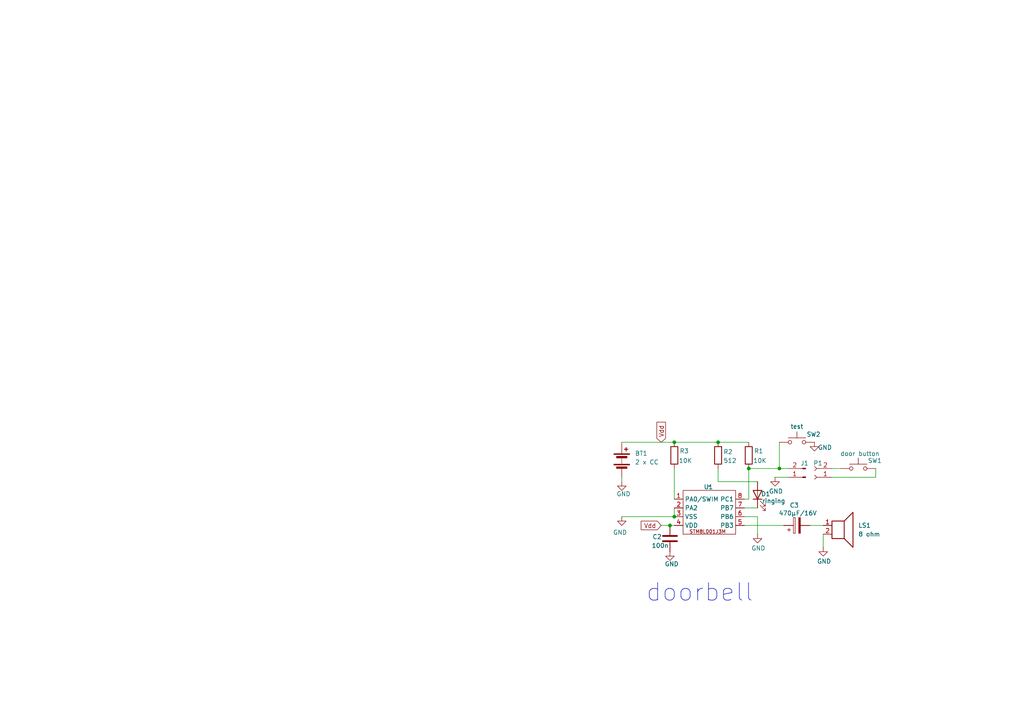
<source format=kicad_sch>
(kicad_sch (version 20231120) (generator "eeschema") (generator_version "8.0")
  (paper "A4")
  (lib_symbols
    (symbol "Connector:Conn_01x02_Pin" (pin_names (offset 1.016) hide)
      (property "Reference" "J" (at 0 2.54 0))
      (property "Value" "Conn_01x02_Pin" (at 0 -5.08 0))
      (symbol "Conn_01x02_Pin_1_1"
        (polyline (pts (xy 1.27 -2.54) (xy 0.8636 -2.54)) (stroke (width 0.1524)))
        (polyline (pts (xy 1.27 0) (xy 0.8636 0)) (stroke (width 0.1524)))
        (rectangle (start 0.8636 -2.413) (end 0 -2.667) (stroke (width 0.1524)) (fill (type outline)))
        (rectangle (start 0.8636 0.127) (end 0 -0.127) (stroke (width 0.1524)) (fill (type outline)))
        (pin passive line (at 5.08 0 180) (length 3.81) (name "Pin_1") (number "1"))
        (pin passive line (at 5.08 -2.54 180) (length 3.81) (name "Pin_2") (number "2"))
      )
    )
    (symbol "Connector:Conn_01x02_Socket" (pin_names (offset 1.016) hide)
      (property "Reference" "J" (at 0 2.54 0))
      (property "Value" "Conn_01x02_Socket" (at 0 -5.08 0))
      (symbol "Conn_01x02_Socket_1_1"
        (arc (start 0 -2.032) (mid -0.5058 -2.54) (end 0 -3.048) (stroke (width 0.1524)))
        (polyline (pts (xy -1.27 -2.54) (xy -0.508 -2.54)) (stroke (width 0.1524)))
        (polyline (pts (xy -1.27 0) (xy -0.508 0)) (stroke (width 0.1524)))
        (arc (start 0 0.508) (mid -0.5058 0) (end 0 -0.508) (stroke (width 0.1524)))
        (pin passive line (at -5.08 0 0) (length 3.81) (name "Pin_1") (number "1"))
        (pin passive line (at -5.08 -2.54 0) (length 3.81) (name "Pin_2") (number "2"))
      )
    )
    (symbol "Device:Battery" (pin_numbers hide) (pin_names (offset 0) hide)
      (property "Reference" "BT" (at 2.54 2.54 0))
      (property "Value" "Battery" (at 2.54 0 0))
      (symbol "Battery_0_1"
        (rectangle (start -2.286 -1.27) (end 2.286 -1.524) (fill (type outline)))
        (rectangle (start -2.286 1.778) (end 2.286 1.524) (fill (type outline)))
        (rectangle (start -1.524 -2.032) (end 1.524 -2.54) (fill (type outline)))
        (rectangle (start -1.524 1.016) (end 1.524 0.508) (fill (type outline)))
        (polyline (pts (xy 0 -1.016) (xy 0 -0.762)))
        (polyline (pts (xy 0 -0.508) (xy 0 -0.254)))
        (polyline (pts (xy 0 0) (xy 0 0.254)))
        (polyline (pts (xy 0 1.778) (xy 0 2.54)))
        (polyline (pts (xy 0.762 3.048) (xy 1.778 3.048)) (stroke (width 0.254)))
        (polyline (pts (xy 1.27 3.556) (xy 1.27 2.54)) (stroke (width 0.254)))
      )
      (symbol "Battery_1_1"
        (pin passive line (at 0 5.08 270) (length 2.54) (name "+") (number "1"))
        (pin passive line (at 0 -5.08 90) (length 2.54) (name "-") (number "2"))
      )
    )
    (symbol "Device:C" (pin_numbers hide) (pin_names (offset 0.254))
      (property "Reference" "C" (at 0.635 2.54 0))
      (property "Value" "C" (at 0.635 -2.54 0))
      (symbol "C_0_1"
        (polyline (pts (xy -2.032 -0.762) (xy 2.032 -0.762)) (stroke (width 0.508)))
        (polyline (pts (xy -2.032 0.762) (xy 2.032 0.762)) (stroke (width 0.508)))
      )
      (symbol "C_1_1"
        (pin passive line (at 0 3.81 270) (length 2.794) (name "~") (number "1"))
        (pin passive line (at 0 -3.81 90) (length 2.794) (name "~") (number "2"))
      )
    )
    (symbol "Device:C_Polarized" (pin_numbers hide) (pin_names (offset 0.254))
      (property "Reference" "C" (at 0.635 2.54 0))
      (property "Value" "C_Polarized" (at 0.635 -2.54 0))
      (symbol "C_Polarized_0_1"
        (rectangle (start -2.286 0.508) (end 2.286 1.016))
        (polyline (pts (xy -1.778 2.286) (xy -0.762 2.286)))
        (polyline (pts (xy -1.27 2.794) (xy -1.27 1.778)))
        (rectangle (start 2.286 -0.508) (end -2.286 -1.016) (fill (type outline)))
      )
      (symbol "C_Polarized_1_1"
        (pin passive line (at 0 3.81 270) (length 2.794) (name "~") (number "1"))
        (pin passive line (at 0 -3.81 90) (length 2.794) (name "~") (number "2"))
      )
    )
    (symbol "Device:LED" (pin_numbers hide) (pin_names (offset 1.016) hide)
      (property "Reference" "D" (at 0 2.54 0))
      (property "Value" "LED" (at 0 -2.54 0))
      (symbol "LED_0_1"
        (polyline (pts (xy -1.27 -1.27) (xy -1.27 1.27)) (stroke (width 0.254)))
        (polyline (pts (xy -1.27 0) (xy 1.27 0)))
        (polyline (pts (xy 1.27 -1.27) (xy 1.27 1.27) (xy -1.27 0) (xy 1.27 -1.27)) (stroke (width 0.254)))
        (polyline (pts (xy -3.048 -0.762) (xy -4.572 -2.286) (xy -3.81 -2.286) (xy -4.572 -2.286) (xy -4.572 -1.524)))
        (polyline (pts (xy -1.778 -0.762) (xy -3.302 -2.286) (xy -2.54 -2.286) (xy -3.302 -2.286) (xy -3.302 -1.524)))
      )
      (symbol "LED_1_1"
        (pin passive line (at -3.81 0 0) (length 2.54) (name "K") (number "1"))
        (pin passive line (at 3.81 0 180) (length 2.54) (name "A") (number "2"))
      )
    )
    (symbol "Device:R" (pin_numbers hide) (pin_names (offset 0))
      (property "Reference" "R" (at 2.032 0 90))
      (property "Value" "R" (at 0 0 90))
      (symbol "R_0_1"
        (rectangle (start -1.016 -2.54) (end 1.016 2.54) (stroke (width 0.254)))
      )
      (symbol "R_1_1"
        (pin passive line (at 0 3.81 270) (length 1.27) (name "~") (number "1"))
        (pin passive line (at 0 -3.81 90) (length 1.27) (name "~") (number "2"))
      )
    )
    (symbol "Device:Speaker" (pin_names (offset 0) hide)
      (property "Reference" "LS" (at 1.27 5.715 0))
      (property "Value" "Speaker" (at 1.27 3.81 0))
      (symbol "Speaker_0_0"
        (rectangle (start -2.54 1.27) (end 1.016 -3.81) (stroke (width 0.254)))
        (polyline (pts (xy 1.016 1.27) (xy 3.556 3.81) (xy 3.556 -6.35) (xy 1.016 -3.81)) (stroke (width 0.254)))
      )
      (symbol "Speaker_1_1"
        (pin input line (at -5.08 0 0) (length 2.54) (name "1") (number "1"))
        (pin input line (at -5.08 -2.54 0) (length 2.54) (name "2") (number "2"))
      )
    )
    (symbol "Switch:SW_MEC_5G" (pin_numbers hide) (pin_names (offset 1.016) hide)
      (property "Reference" "SW" (at 1.27 2.54 0))
      (property "Value" "SW_MEC_5G" (at 0 -1.524 0))
      (symbol "SW_MEC_5G_0_1"
        (circle (center -2.032 0) (radius 0.508))
        (polyline (pts (xy 0 1.27) (xy 0 3.048)))
        (polyline (pts (xy 2.54 1.27) (xy -2.54 1.27)))
        (circle (center 2.032 0) (radius 0.508))
        (pin passive line (at -5.08 0 0) (length 2.54) (name "A") (number "1"))
        (pin passive line (at 5.08 0 180) (length 2.54) (name "B") (number "3"))
      )
      (symbol "SW_MEC_5G_1_1"
        (pin passive line (at -5.08 0 0) (length 2.54) hide (name "A") (number "2"))
        (pin passive line (at 5.08 0 180) (length 2.54) hide (name "B") (number "4"))
      )
    )
    (symbol "power:GND" (power) (pin_numbers hide) (pin_names (offset 0) hide)
      (property "Value" "GND" (at 0 -3.81 0))
      (symbol "GND_0_1"
        (polyline (pts (xy 0 0) (xy 0 -1.27) (xy 1.27 -1.27) (xy 0 -2.54) (xy -1.27 -1.27) (xy 0 -1.27)))
      )
      (symbol "GND_1_1"
        (pin power_in line (at 0 0 270) (length 0) (name "~") (number "1"))
      )
    )
    (symbol "stm8:STM8L001J3M"
      (property "Reference" "U" (at -3.048 14.986 0))
      (symbol "STM8L001J3M_0_1"
        (rectangle (start -10.16 13.97) (end 5.08 1.27))
      )
      (symbol "STM8L001J3M_1_1"
        (text "STM8L001J3M" (at -3.048 2.032 0) (effects (font (size 1.016 1.016))))
        (pin bidirectional line (at -12.7 11.43 0) (length 2.54) (name "PA0/SWIM") (number "1"))
        (pin bidirectional line (at -12.7 8.89 0) (length 2.54) (name "PA2") (number "2"))
        (pin passive line (at -12.7 6.35 0) (length 2.54) (name "VSS") (number "3"))
        (pin power_in line (at -12.7 3.81 0) (length 2.54) (name "VDD") (number "4"))
        (pin bidirectional line (at 7.62 3.81 180) (length 2.54) (name "PB3") (number "5"))
        (pin bidirectional line (at 7.62 6.35 180) (length 2.54) (name "PB6") (number "6"))
        (pin bidirectional line (at 7.62 8.89 180) (length 2.54) (name "PB7") (number "7"))
        (pin bidirectional line (at 7.62 11.43 180) (length 2.54) (name "PC1") (number "8"))
      )
    )
  )
  (junction (at 195.58 128.27))
  (junction (at 194.31 152.4))
  (junction (at 226.06 135.89))
  (junction (at 208.28 128.27))
  (junction (at 195.58 149.86))
  (junction (at 217.17 135.89))
  (wire (pts (xy 215.9 147.32) (xy 219.71 147.32)))
  (wire (pts (xy 215.9 152.4) (xy 227.33 152.4)))
  (wire (pts (xy 180.34 128.27) (xy 195.58 128.27)))
  (wire (pts (xy 254 135.89) (xy 254 138.43)))
  (wire (pts (xy 254 138.43) (xy 241.3 138.43)))
  (wire (pts (xy 194.31 152.4) (xy 195.58 152.4)))
  (wire (pts (xy 191.77 152.4) (xy 194.31 152.4)))
  (wire (pts (xy 224.79 138.43) (xy 228.6 138.43)))
  (wire (pts (xy 217.17 135.89) (xy 226.06 135.89)))
  (wire (pts (xy 226.06 135.89) (xy 228.6 135.89)))
  (wire (pts (xy 208.28 128.27) (xy 217.17 128.27)))
  (wire (pts (xy 195.58 135.89) (xy 195.58 144.78)))
  (wire (pts (xy 226.06 128.27) (xy 226.06 135.89)))
  (wire (pts (xy 195.58 147.32) (xy 195.58 149.86)))
  (wire (pts (xy 208.28 135.89) (xy 208.28 139.7)))
  (wire (pts (xy 215.9 149.86) (xy 219.71 149.86)))
  (wire (pts (xy 180.34 149.86) (xy 195.58 149.86)))
  (wire (pts (xy 238.76 154.94) (xy 238.76 158.75)))
  (wire (pts (xy 217.17 135.89) (xy 217.17 144.78)))
  (wire (pts (xy 215.9 144.78) (xy 217.17 144.78)))
  (wire (pts (xy 180.34 138.43) (xy 180.34 139.7)))
  (wire (pts (xy 219.71 149.86) (xy 219.71 154.94)))
  (wire (pts (xy 241.3 135.89) (xy 243.84 135.89)))
  (wire (pts (xy 234.95 152.4) (xy 238.76 152.4)))
  (wire (pts (xy 195.58 128.27) (xy 208.28 128.27)))
  (wire (pts (xy 208.28 139.7) (xy 219.71 139.7)))
  (text "doorbell" (at 202.946 171.958 0) (effects (font (size 5.08 5.08))))
  (global_label "Vdd" (shape input) (at 191.77 152.4 180) (property "Intersheetrefs" "${INTERSHEET_REFS}" (effects (hide yes))))
  (global_label "Vdd" (shape input) (at 191.77 128.27 90) (property "Intersheetrefs" "${INTERSHEET_REFS}" (effects (hide yes))))
  (symbol (lib_id "power:GND") (at 180.34 139.7 0) (unit 1)
    (property "Reference" "#PWR05" (effects (hide yes)))
    (property "Value" "GND" (at 180.848 143.256 0))
    (property "Description" "Power symbol creates a global label with name \"GND\" , ground" (effects (hide yes)))
  )
  (symbol (lib_id "power:GND") (at 219.71 154.94 0) (unit 1)
    (property "Reference" "#PWR06" (effects (hide yes)))
    (property "Value" "GND" (at 219.964 159.004 0))
    (property "Description" "Power symbol creates a global label with name \"GND\" , ground" (effects (hide yes)))
  )
  (symbol (lib_id "Device:Battery") (at 180.34 133.35 0) (unit 1)
    (property "Reference" "BT1" (at 184.15 131.5084 0) (effects (justify left)))
    (property "Value" "2 x CC" (at 184.15 134.0484 0) (effects (justify left)))
    (property "Description" "Multiple-cell battery" (effects (hide yes)))
  )
  (symbol (lib_id "Switch:SW_MEC_5G") (at 248.92 135.89 0) (unit 1)
    (property "Reference" "SW1" (at 253.746 133.604 0))
    (property "Value" "door button" (at 249.428 131.572 0))
    (property "Datasheet" "http://www.apem.com/int/index.php?controller=attachment&id_attachment=488" (effects (hide yes)))
    (property "Description" "MEC 5G single pole normally-open tactile switch" (effects (hide yes)))
  )
  (symbol (lib_id "Connector:Conn_01x02_Socket") (at 236.22 138.43 180) (unit 1)
    (property "Reference" "P1" (at 237.236 134.366 0))
    (property "Value" "Conn_01x02_Socket" (effects (hide yes)))
    (property "Description" "Generic connector, single row, 01x02, script generated" (effects (hide yes)))
  )
  (symbol (lib_id "Device:Speaker") (at 243.84 152.4 0) (unit 1)
    (property "Reference" "LS1" (at 248.92 152.3999 0) (effects (justify left)))
    (property "Value" "8 ohm" (at 248.92 154.9399 0) (effects (justify left)))
    (property "Description" "Speaker" (effects (hide yes)))
  )
  (symbol (lib_id "Device:LED") (at 219.71 143.51 90) (unit 1)
    (property "Reference" "D1" (at 220.726 143.256 90) (effects (justify right)))
    (property "Value" "ringing" (at 220.98 145.288 90) (effects (justify right)))
    (property "Description" "Light emitting diode" (effects (hide yes)))
  )
  (symbol (lib_id "Device:C") (at 194.31 156.21 180) (unit 1)
    (property "Reference" "C2" (at 189.23 155.702 0) (effects (justify right)))
    (property "Value" "100n" (at 188.976 158.242 0) (effects (justify right)))
    (property "Description" "Unpolarized capacitor" (effects (hide yes)))
  )
  (symbol (lib_id "power:GND") (at 224.79 138.43 0) (unit 1)
    (property "Reference" "#PWR04" (effects (hide yes)))
    (property "Value" "GND" (at 225.044 142.494 0))
    (property "Description" "Power symbol creates a global label with name \"GND\" , ground" (effects (hide yes)))
  )
  (symbol (lib_id "power:GND") (at 236.22 128.27 0) (unit 1)
    (property "Reference" "#PWR07" (effects (hide yes)))
    (property "Value" "GND" (at 239.268 129.794 0))
    (property "Description" "Power symbol creates a global label with name \"GND\" , ground" (effects (hide yes)))
  )
  (symbol (lib_id "Connector:Conn_01x02_Pin") (at 233.68 138.43 180) (unit 1)
    (property "Reference" "J1" (at 232.156 134.366 0) (effects (justify right)))
    (property "Value" "door button" (effects (hide yes)))
    (property "Description" "Generic connector, single row, 01x02, script generated" (effects (hide yes)))
  )
  (symbol (lib_id "Device:C_Polarized") (at 231.14 152.4 90) (unit 1)
    (property "Reference" "C3" (at 230.378 146.558 90))
    (property "Value" "470µF/16V" (at 231.394 148.844 90))
    (property "Description" "Polarized capacitor" (effects (hide yes)))
  )
  (symbol (lib_id "Device:R") (at 217.17 132.08 0) (unit 1)
    (property "Reference" "R1" (at 218.694 130.81 0) (effects (justify left)))
    (property "Value" "10K" (at 218.44 133.604 0) (effects (justify left)))
    (property "Description" "Resistor" (effects (hide yes)))
  )
  (symbol (lib_id "power:GND") (at 180.34 149.86 0) (unit 1)
    (property "Reference" "#PWR01" (effects (hide yes)))
    (property "Value" "GND" (at 179.832 154.432 0))
    (property "Description" "Power symbol creates a global label with name \"GND\" , ground" (effects (hide yes)))
  )
  (symbol (lib_id "Device:R") (at 208.28 132.08 0) (unit 1)
    (property "Reference" "R2" (at 209.804 131.064 0) (effects (justify left)))
    (property "Value" "512" (at 209.804 133.604 0) (effects (justify left)))
    (property "Description" "Resistor" (effects (hide yes)))
  )
  (symbol (lib_id "Device:R") (at 195.58 132.08 0) (unit 1)
    (property "Reference" "R3" (at 197.104 130.81 0) (effects (justify left)))
    (property "Value" "10K" (at 196.85 133.604 0) (effects (justify left)))
    (property "Description" "Resistor" (effects (hide yes)))
  )
  (symbol (lib_id "Switch:SW_MEC_5G") (at 231.14 128.27 0) (unit 1)
    (property "Reference" "SW2" (at 235.966 125.984 0))
    (property "Value" "test" (at 231.14 123.698 0))
    (property "Datasheet" "http://www.apem.com/int/index.php?controller=attachment&id_attachment=488" (effects (hide yes)))
    (property "Description" "MEC 5G single pole normally-open tactile switch" (effects (hide yes)))
  )
  (symbol (lib_id "power:GND") (at 194.31 160.02 0) (unit 1)
    (property "Reference" "#PWR02" (effects (hide yes)))
    (property "Value" "GND" (at 194.818 163.576 0))
    (property "Description" "Power symbol creates a global label with name \"GND\" , ground" (effects (hide yes)))
  )
  (symbol (lib_id "stm8:STM8L001J3M") (at 208.28 156.21 0) (unit 1)
    (property "Reference" "U1" (at 205.486 141.224 0))
    (property "Value" "~" (at 205.74 140.97 0))
  )
  (symbol (lib_id "power:GND") (at 238.76 158.75 0) (unit 1)
    (property "Reference" "#PWR03" (effects (hide yes)))
    (property "Value" "GND" (at 239.014 162.814 0))
    (property "Description" "Power symbol creates a global label with name \"GND\" , ground" (effects (hide yes)))
  )
)
</source>
